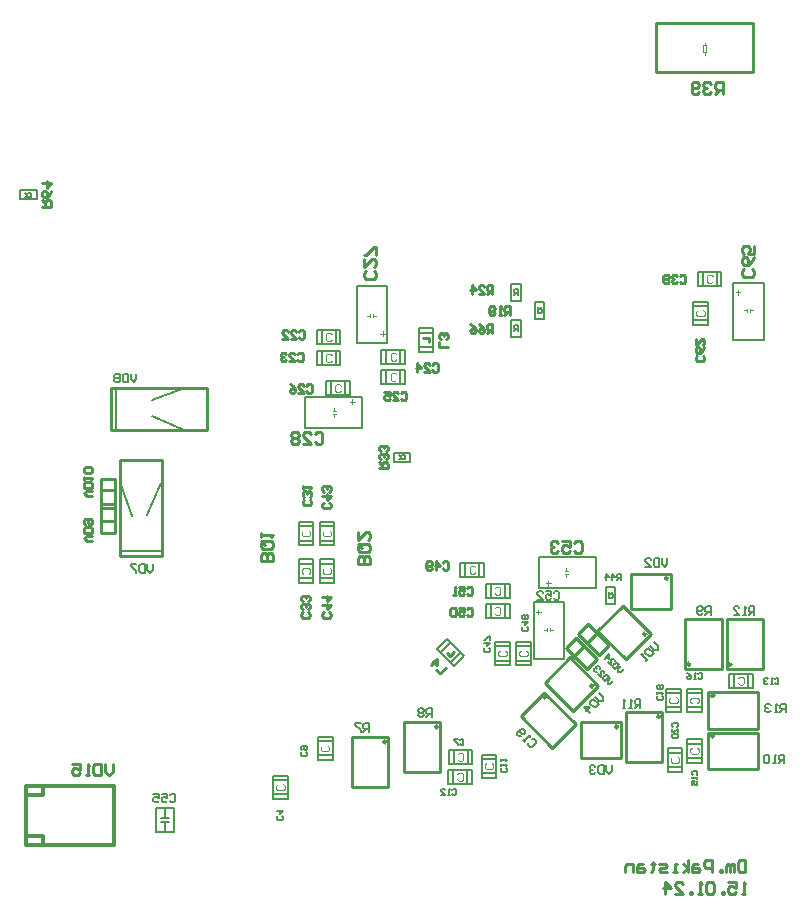
<source format=gbo>
G04*
G04 #@! TF.GenerationSoftware,Altium Limited,Altium Designer,19.1.5 (86)*
G04*
G04 Layer_Color=32896*
%FSLAX44Y44*%
%MOMM*%
G71*
G01*
G75*
%ADD10C,0.2540*%
%ADD11C,0.2500*%
%ADD13C,0.1000*%
%ADD14C,0.2000*%
%ADD16C,0.1500*%
%ADD17C,0.0500*%
%ADD18C,0.3000*%
D10*
X1719862Y1492010D02*
X1754862D01*
Y1411010D02*
Y1492010D01*
X1719862Y1411010D02*
X1754862D01*
X1719862D02*
Y1492010D01*
X1793001Y1517929D02*
Y1552929D01*
X1712001Y1517929D02*
X1793001D01*
X1712001D02*
Y1552929D01*
X1793001D01*
X2114666Y1337598D02*
X2123152Y1346084D01*
X2125273Y1326992D02*
X2133758Y1335477D01*
X2107595Y1344669D02*
X2125273Y1326992D01*
X2107595Y1344669D02*
X2116080Y1353155D01*
X2133758Y1335477D01*
X2104086Y1326232D02*
X2112572Y1334717D01*
X2114693Y1315625D02*
X2123178Y1324110D01*
X2097015Y1333303D02*
X2114693Y1315625D01*
X2097015Y1333303D02*
X2105500Y1341788D01*
X2123178Y1324110D01*
X2079023Y1303864D02*
X2100412Y1325254D01*
X2079023Y1303864D02*
X2103064Y1279823D01*
X2124454Y1301213D01*
X2100412Y1325254D02*
X2124454Y1301213D01*
X2152080Y1396140D02*
X2186080D01*
Y1365890D02*
Y1396140D01*
X2152080Y1365890D02*
X2186080D01*
X2152080D02*
Y1396140D01*
X2123763Y1347549D02*
X2145153Y1368939D01*
X2123763Y1347549D02*
X2147805Y1323507D01*
X2169195Y1344897D01*
X2145153Y1368939D02*
X2169195Y1344897D01*
X2264030Y1315440D02*
Y1357440D01*
X2233280D02*
X2264030D01*
X2233280Y1315440D02*
Y1357440D01*
Y1315440D02*
X2264030D01*
X2198254Y1315620D02*
X2229004D01*
X2198254D02*
Y1357620D01*
X2229004D01*
Y1315620D02*
Y1357620D01*
X2058837Y1275394D02*
X2078636Y1295193D01*
X2105330Y1268500D01*
X2085531Y1248701D02*
X2105330Y1268500D01*
X2058837Y1275394D02*
X2085531Y1248701D01*
X2109680Y1270410D02*
X2143680D01*
Y1240160D02*
Y1270410D01*
X2109680Y1240160D02*
X2143680D01*
X2109680D02*
Y1270410D01*
X2147660Y1237100D02*
Y1279100D01*
Y1237100D02*
X2178410D01*
Y1279100D01*
X2147660D02*
X2178410D01*
X2217490Y1230800D02*
Y1261550D01*
X2259490D01*
Y1230800D02*
Y1261550D01*
X2217490Y1230800D02*
X2259490D01*
X2217700Y1265010D02*
Y1295760D01*
X2259700D01*
Y1265010D02*
Y1295760D01*
X2217700Y1265010D02*
X2259700D01*
X1916030Y1257510D02*
X1946780D01*
Y1215510D02*
Y1257510D01*
X1916030Y1215510D02*
X1946780D01*
X1916030D02*
Y1257510D01*
X1959700Y1270210D02*
X1990450D01*
Y1228210D02*
Y1270210D01*
X1959700Y1228210D02*
X1990450D01*
X1959700D02*
Y1270210D01*
X1715420Y1451660D02*
Y1476660D01*
X1703420D02*
X1715420D01*
X1703420Y1451660D02*
Y1476660D01*
Y1451660D02*
X1715420D01*
X1703420Y1466660D02*
X1715420D01*
X1703420Y1430370D02*
Y1455370D01*
Y1430370D02*
X1715420D01*
Y1455370D01*
X1703420D02*
X1715420D01*
X1703420Y1440370D02*
X1715420D01*
X2173780Y1820500D02*
X2255780D01*
Y1862500D01*
X2173780D02*
X2255780D01*
X2173780Y1820500D02*
Y1862500D01*
X2249170Y1153309D02*
Y1143312D01*
X2244172D01*
X2242505Y1144978D01*
Y1151643D01*
X2244172Y1153309D01*
X2249170D01*
X2239173Y1143312D02*
Y1149977D01*
X2237507D01*
X2235841Y1148310D01*
Y1143312D01*
Y1148310D01*
X2234175Y1149977D01*
X2232509Y1148310D01*
Y1143312D01*
X2229176D02*
Y1144978D01*
X2227510D01*
Y1143312D01*
X2229176D01*
X2220846D02*
Y1153309D01*
X2215847D01*
X2214181Y1151643D01*
Y1148310D01*
X2215847Y1146644D01*
X2220846D01*
X2209183Y1149977D02*
X2205851D01*
X2204185Y1148310D01*
Y1143312D01*
X2209183D01*
X2210849Y1144978D01*
X2209183Y1146644D01*
X2204185D01*
X2200852Y1143312D02*
Y1153309D01*
Y1146644D02*
X2195854Y1149977D01*
X2200852Y1146644D02*
X2195854Y1143312D01*
X2190856D02*
X2187523D01*
X2189189D01*
Y1149977D01*
X2190856D01*
X2182525Y1143312D02*
X2177526D01*
X2175860Y1144978D01*
X2177526Y1146644D01*
X2180859D01*
X2182525Y1148310D01*
X2180859Y1149977D01*
X2175860D01*
X2170862Y1151643D02*
Y1149977D01*
X2172528D01*
X2169196D01*
X2170862D01*
Y1144978D01*
X2169196Y1143312D01*
X2162531Y1149977D02*
X2159199D01*
X2157533Y1148310D01*
Y1143312D01*
X2162531D01*
X2164197Y1144978D01*
X2162531Y1146644D01*
X2157533D01*
X2154201Y1143312D02*
Y1149977D01*
X2149202D01*
X2147536Y1148310D01*
Y1143312D01*
X2249170Y1125220D02*
X2245838D01*
X2247504D01*
Y1135217D01*
X2249170Y1133551D01*
X2234175Y1135217D02*
X2240839D01*
Y1130218D01*
X2237507Y1131885D01*
X2235841D01*
X2234175Y1130218D01*
Y1126886D01*
X2235841Y1125220D01*
X2239173D01*
X2240839Y1126886D01*
X2230843Y1125220D02*
Y1126886D01*
X2229176D01*
Y1125220D01*
X2230843D01*
X2222512Y1133551D02*
X2220846Y1135217D01*
X2217513D01*
X2215847Y1133551D01*
Y1126886D01*
X2217513Y1125220D01*
X2220846D01*
X2222512Y1126886D01*
Y1133551D01*
X2212515Y1125220D02*
X2209183D01*
X2210849D01*
Y1135217D01*
X2212515Y1133551D01*
X2204185Y1125220D02*
Y1126886D01*
X2202518D01*
Y1125220D01*
X2204185D01*
X2189189D02*
X2195854D01*
X2189189Y1131885D01*
Y1133551D01*
X2190856Y1135217D01*
X2194188D01*
X2195854Y1133551D01*
X2180859Y1125220D02*
Y1135217D01*
X2185857Y1130218D01*
X2179193D01*
X1976202Y1595628D02*
X1981200D01*
Y1592296D01*
X1848957Y1407160D02*
X1838960D01*
Y1412158D01*
X1840626Y1413824D01*
X1842292D01*
X1843958Y1412158D01*
Y1407160D01*
Y1412158D01*
X1845625Y1413824D01*
X1847291D01*
X1848957Y1412158D01*
Y1407160D01*
X1840626Y1423821D02*
X1847291D01*
X1848957Y1422155D01*
Y1418823D01*
X1847291Y1417157D01*
X1840626D01*
X1838960Y1418823D01*
Y1422155D01*
X1842292Y1420489D02*
X1838960Y1423821D01*
Y1422155D02*
X1840626Y1423821D01*
X1838960Y1427154D02*
Y1430486D01*
Y1428820D01*
X1848957D01*
X1847291Y1427154D01*
X1931507Y1404620D02*
X1921510D01*
Y1409618D01*
X1923176Y1411284D01*
X1924842D01*
X1926508Y1409618D01*
Y1404620D01*
Y1409618D01*
X1928174Y1411284D01*
X1929841D01*
X1931507Y1409618D01*
Y1404620D01*
X1923176Y1421281D02*
X1929841D01*
X1931507Y1419615D01*
Y1416283D01*
X1929841Y1414617D01*
X1923176D01*
X1921510Y1416283D01*
Y1419615D01*
X1924842Y1417949D02*
X1921510Y1421281D01*
Y1419615D02*
X1923176Y1421281D01*
X1921510Y1431278D02*
Y1424614D01*
X1928174Y1431278D01*
X1929841D01*
X1931507Y1429612D01*
Y1426280D01*
X1929841Y1424614D01*
X2002411Y1330055D02*
X1998877Y1326521D01*
X1996521Y1328877D01*
X1653540Y1706880D02*
X1661537D01*
Y1710879D01*
X1660204Y1712212D01*
X1657539D01*
X1656206Y1710879D01*
Y1706880D01*
Y1709546D02*
X1653540Y1712212D01*
X1661537Y1720209D02*
X1660204Y1717543D01*
X1657539Y1714877D01*
X1654873D01*
X1653540Y1716210D01*
Y1718876D01*
X1654873Y1720209D01*
X1656206D01*
X1657539Y1718876D01*
Y1714877D01*
X1653540Y1726874D02*
X1661537D01*
X1657539Y1722875D01*
Y1728206D01*
X1713738Y1235293D02*
Y1228628D01*
X1710406Y1225296D01*
X1707074Y1228628D01*
Y1235293D01*
X1703741D02*
Y1225296D01*
X1698743D01*
X1697077Y1226962D01*
Y1233627D01*
X1698743Y1235293D01*
X1703741D01*
X1693744Y1225296D02*
X1690412D01*
X1692078D01*
Y1235293D01*
X1693744Y1233627D01*
X1678749Y1235293D02*
X1685414D01*
Y1230294D01*
X1682081Y1231961D01*
X1680415D01*
X1678749Y1230294D01*
Y1226962D01*
X1680415Y1225296D01*
X1683748D01*
X1685414Y1226962D01*
X1696098Y1423670D02*
X1691433D01*
X1689100Y1426003D01*
X1691433Y1428335D01*
X1696098D01*
Y1430668D02*
X1689100D01*
Y1434167D01*
X1690266Y1435333D01*
X1694931D01*
X1696098Y1434167D01*
Y1430668D01*
X1690266Y1437666D02*
X1689100Y1438832D01*
Y1441164D01*
X1690266Y1442331D01*
X1694931D01*
X1696098Y1441164D01*
Y1438832D01*
X1694931Y1437666D01*
X1693765D01*
X1692599Y1438832D01*
Y1442331D01*
X1696098Y1461770D02*
X1691433D01*
X1689100Y1464103D01*
X1691433Y1466435D01*
X1696098D01*
Y1468768D02*
X1689100D01*
Y1472267D01*
X1690266Y1473433D01*
X1694931D01*
X1696098Y1472267D01*
Y1468768D01*
X1689100Y1475766D02*
Y1478098D01*
Y1476932D01*
X1696098D01*
X1694931Y1475766D01*
Y1481597D02*
X1696098Y1482763D01*
Y1485096D01*
X1694931Y1486262D01*
X1690266D01*
X1689100Y1485096D01*
Y1482763D01*
X1690266Y1481597D01*
X1694931D01*
X2230120Y1802130D02*
Y1812127D01*
X2225122D01*
X2223456Y1810461D01*
Y1807128D01*
X2225122Y1805462D01*
X2230120D01*
X2226788D02*
X2223456Y1802130D01*
X2220123Y1810461D02*
X2218457Y1812127D01*
X2215125D01*
X2213459Y1810461D01*
Y1808795D01*
X2215125Y1807128D01*
X2216791D01*
X2215125D01*
X2213459Y1805462D01*
Y1803796D01*
X2215125Y1802130D01*
X2218457D01*
X2220123Y1803796D01*
X2210126D02*
X2208460Y1802130D01*
X2205128D01*
X2203462Y1803796D01*
Y1810461D01*
X2205128Y1812127D01*
X2208460D01*
X2210126Y1810461D01*
Y1808795D01*
X2208460Y1807128D01*
X2203462D01*
X1939290Y1485900D02*
X1946288D01*
Y1489399D01*
X1945121Y1490565D01*
X1942789D01*
X1941623Y1489399D01*
Y1485900D01*
Y1488233D02*
X1939290Y1490565D01*
X1945121Y1492898D02*
X1946288Y1494064D01*
Y1496397D01*
X1945121Y1497563D01*
X1943955D01*
X1942789Y1496397D01*
Y1495230D01*
Y1496397D01*
X1941623Y1497563D01*
X1940456D01*
X1939290Y1496397D01*
Y1494064D01*
X1940456Y1492898D01*
X1945121Y1499895D02*
X1946288Y1501062D01*
Y1503394D01*
X1945121Y1504561D01*
X1943955D01*
X1942789Y1503394D01*
Y1502228D01*
Y1503394D01*
X1941623Y1504561D01*
X1940456D01*
X1939290Y1503394D01*
Y1501062D01*
X1940456Y1499895D01*
X2034860Y1633220D02*
Y1640218D01*
X2031361D01*
X2030195Y1639052D01*
Y1636719D01*
X2031361Y1635553D01*
X2034860D01*
X2032527D02*
X2030195Y1633220D01*
X2023197D02*
X2027862D01*
X2023197Y1637885D01*
Y1639052D01*
X2024363Y1640218D01*
X2026696D01*
X2027862Y1639052D01*
X2017366Y1633220D02*
Y1640218D01*
X2020865Y1636719D01*
X2016199D01*
X2049780Y1615440D02*
Y1622438D01*
X2046281D01*
X2045115Y1621272D01*
Y1618939D01*
X2046281Y1617773D01*
X2049780D01*
X2047447D02*
X2045115Y1615440D01*
X2042782D02*
X2040450D01*
X2041616D01*
Y1622438D01*
X2042782Y1621272D01*
X2036951Y1616606D02*
X2035784Y1615440D01*
X2033452D01*
X2032286Y1616606D01*
Y1621272D01*
X2033452Y1622438D01*
X2035784D01*
X2036951Y1621272D01*
Y1620105D01*
X2035784Y1618939D01*
X2032286D01*
X2034860Y1600200D02*
Y1607198D01*
X2031361D01*
X2030195Y1606031D01*
Y1603699D01*
X2031361Y1602533D01*
X2034860D01*
X2032527D02*
X2030195Y1600200D01*
X2023197Y1607198D02*
X2025530Y1606031D01*
X2027862Y1603699D01*
Y1601366D01*
X2026696Y1600200D01*
X2024363D01*
X2023197Y1601366D01*
Y1602533D01*
X2024363Y1603699D01*
X2027862D01*
X2016199Y1607198D02*
X2018532Y1606031D01*
X2020865Y1603699D01*
Y1601366D01*
X2019698Y1600200D01*
X2017366D01*
X2016199Y1601366D01*
Y1602533D01*
X2017366Y1603699D01*
X2020865D01*
X1995384Y1316562D02*
X1990435Y1311614D01*
X1987137Y1314913D01*
X1983013Y1319036D02*
X1987961Y1323984D01*
Y1319036D01*
X1984663Y1322335D01*
X1997088Y1587820D02*
X1990090D01*
Y1592485D01*
X1995921Y1594818D02*
X1997088Y1595984D01*
Y1598317D01*
X1995921Y1599483D01*
X1994755D01*
X1993589Y1598317D01*
Y1597150D01*
Y1598317D01*
X1992423Y1599483D01*
X1991256D01*
X1990090Y1598317D01*
Y1595984D01*
X1991256Y1594818D01*
X2254961Y1653855D02*
X2256627Y1652188D01*
Y1648856D01*
X2254961Y1647190D01*
X2248296D01*
X2246630Y1648856D01*
Y1652188D01*
X2248296Y1653855D01*
X2256627Y1663851D02*
X2254961Y1660519D01*
X2251628Y1657187D01*
X2248296D01*
X2246630Y1658853D01*
Y1662185D01*
X2248296Y1663851D01*
X2249962D01*
X2251628Y1662185D01*
Y1657187D01*
X2256627Y1673848D02*
Y1667184D01*
X2251628D01*
X2253295Y1670516D01*
Y1672182D01*
X2251628Y1673848D01*
X2248296D01*
X2246630Y1672182D01*
Y1668850D01*
X2248296Y1667184D01*
X2213091Y1580735D02*
X2214258Y1579569D01*
Y1577236D01*
X2213091Y1576070D01*
X2208426D01*
X2207260Y1577236D01*
Y1579569D01*
X2208426Y1580735D01*
X2214258Y1587733D02*
X2213091Y1585400D01*
X2210759Y1583068D01*
X2208426D01*
X2207260Y1584234D01*
Y1586567D01*
X2208426Y1587733D01*
X2209593D01*
X2210759Y1586567D01*
Y1583068D01*
X2207260Y1594731D02*
Y1590065D01*
X2211925Y1594731D01*
X2213091D01*
X2214258Y1593564D01*
Y1591232D01*
X2213091Y1590065D01*
X2104075Y1421841D02*
X2105742Y1423507D01*
X2109074D01*
X2110740Y1421841D01*
Y1415176D01*
X2109074Y1413510D01*
X2105742D01*
X2104075Y1415176D01*
X2094079Y1423507D02*
X2100743D01*
Y1418508D01*
X2097411Y1420175D01*
X2095745D01*
X2094079Y1418508D01*
Y1415176D01*
X2095745Y1413510D01*
X2099077D01*
X2100743Y1415176D01*
X2090746Y1421841D02*
X2089080Y1423507D01*
X2085748D01*
X2084082Y1421841D01*
Y1420175D01*
X2085748Y1418508D01*
X2087414D01*
X2085748D01*
X2084082Y1416842D01*
Y1415176D01*
X2085748Y1413510D01*
X2089080D01*
X2090746Y1415176D01*
X2013365Y1383781D02*
X2014531Y1384948D01*
X2016864D01*
X2018030Y1383781D01*
Y1379116D01*
X2016864Y1377950D01*
X2014531D01*
X2013365Y1379116D01*
X2006367Y1384948D02*
X2011032D01*
Y1381449D01*
X2008700Y1382615D01*
X2007533D01*
X2006367Y1381449D01*
Y1379116D01*
X2007533Y1377950D01*
X2009866D01*
X2011032Y1379116D01*
X2004034Y1377950D02*
X2001702D01*
X2002868D01*
Y1384948D01*
X2004034Y1383781D01*
X2013365Y1366001D02*
X2014531Y1367168D01*
X2016864D01*
X2018030Y1366001D01*
Y1361336D01*
X2016864Y1360170D01*
X2014531D01*
X2013365Y1361336D01*
X2006367Y1367168D02*
X2011032D01*
Y1363669D01*
X2008700Y1364835D01*
X2007533D01*
X2006367Y1363669D01*
Y1361336D01*
X2007533Y1360170D01*
X2009866D01*
X2011032Y1361336D01*
X2004034Y1366001D02*
X2002868Y1367168D01*
X2000536D01*
X1999369Y1366001D01*
Y1361336D01*
X2000536Y1360170D01*
X2002868D01*
X2004034Y1361336D01*
Y1366001D01*
X1993045Y1405372D02*
X1994211Y1406538D01*
X1996544D01*
X1997710Y1405372D01*
Y1400706D01*
X1996544Y1399540D01*
X1994211D01*
X1993045Y1400706D01*
X1987213Y1399540D02*
Y1406538D01*
X1990712Y1403039D01*
X1986047D01*
X1983714Y1400706D02*
X1982548Y1399540D01*
X1980216D01*
X1979049Y1400706D01*
Y1405372D01*
X1980216Y1406538D01*
X1982548D01*
X1983714Y1405372D01*
Y1404205D01*
X1982548Y1403039D01*
X1979049D01*
X1896862Y1363565D02*
X1898028Y1362399D01*
Y1360066D01*
X1896862Y1358900D01*
X1892196D01*
X1891030Y1360066D01*
Y1362399D01*
X1892196Y1363565D01*
X1891030Y1369397D02*
X1898028D01*
X1894529Y1365898D01*
Y1370563D01*
X1891030Y1376394D02*
X1898028D01*
X1894529Y1372896D01*
Y1377561D01*
X1896862Y1456275D02*
X1898028Y1455109D01*
Y1452776D01*
X1896862Y1451610D01*
X1892196D01*
X1891030Y1452776D01*
Y1455109D01*
X1892196Y1456275D01*
X1891030Y1462107D02*
X1898028D01*
X1894529Y1458608D01*
Y1463273D01*
X1896862Y1465605D02*
X1898028Y1466772D01*
Y1469104D01*
X1896862Y1470271D01*
X1895695D01*
X1894529Y1469104D01*
Y1467938D01*
Y1469104D01*
X1893363Y1470271D01*
X1892196D01*
X1891030Y1469104D01*
Y1466772D01*
X1892196Y1465605D01*
X2193705Y1647941D02*
X2194871Y1649108D01*
X2197204D01*
X2198370Y1647941D01*
Y1643276D01*
X2197204Y1642110D01*
X2194871D01*
X2193705Y1643276D01*
X2191372Y1647941D02*
X2190206Y1649108D01*
X2187873D01*
X2186707Y1647941D01*
Y1646775D01*
X2187873Y1645609D01*
X2189040D01*
X2187873D01*
X2186707Y1644443D01*
Y1643276D01*
X2187873Y1642110D01*
X2190206D01*
X2191372Y1643276D01*
X2184375D02*
X2183208Y1642110D01*
X2180876D01*
X2179709Y1643276D01*
Y1647941D01*
X2180876Y1649108D01*
X2183208D01*
X2184375Y1647941D01*
Y1646775D01*
X2183208Y1645609D01*
X2179709D01*
X1879082Y1363565D02*
X1880248Y1362399D01*
Y1360066D01*
X1879082Y1358900D01*
X1874416D01*
X1873250Y1360066D01*
Y1362399D01*
X1874416Y1363565D01*
X1879082Y1365898D02*
X1880248Y1367064D01*
Y1369397D01*
X1879082Y1370563D01*
X1877915D01*
X1876749Y1369397D01*
Y1368230D01*
Y1369397D01*
X1875583Y1370563D01*
X1874416D01*
X1873250Y1369397D01*
Y1367064D01*
X1874416Y1365898D01*
X1879082Y1372896D02*
X1880248Y1374062D01*
Y1376394D01*
X1879082Y1377561D01*
X1877915D01*
X1876749Y1376394D01*
Y1375228D01*
Y1376394D01*
X1875583Y1377561D01*
X1874416D01*
X1873250Y1376394D01*
Y1374062D01*
X1874416Y1372896D01*
X1880352Y1458815D02*
X1881518Y1457649D01*
Y1455316D01*
X1880352Y1454150D01*
X1875686D01*
X1874520Y1455316D01*
Y1457649D01*
X1875686Y1458815D01*
X1880352Y1461148D02*
X1881518Y1462314D01*
Y1464647D01*
X1880352Y1465813D01*
X1879185D01*
X1878019Y1464647D01*
Y1463480D01*
Y1464647D01*
X1876853Y1465813D01*
X1875686D01*
X1874520Y1464647D01*
Y1462314D01*
X1875686Y1461148D01*
X1874520Y1468145D02*
Y1470478D01*
Y1469312D01*
X1881518D01*
X1880352Y1468145D01*
X1884366Y1514551D02*
X1886032Y1516217D01*
X1889364D01*
X1891030Y1514551D01*
Y1507886D01*
X1889364Y1506220D01*
X1886032D01*
X1884366Y1507886D01*
X1874369Y1506220D02*
X1881033D01*
X1874369Y1512885D01*
Y1514551D01*
X1876035Y1516217D01*
X1879367D01*
X1881033Y1514551D01*
X1871036D02*
X1869370Y1516217D01*
X1866038D01*
X1864372Y1514551D01*
Y1512885D01*
X1866038Y1511218D01*
X1864372Y1509552D01*
Y1507886D01*
X1866038Y1506220D01*
X1869370D01*
X1871036Y1507886D01*
Y1509552D01*
X1869370Y1511218D01*
X1871036Y1512885D01*
Y1514551D01*
X1869370Y1511218D02*
X1866038D01*
X1934921Y1652585D02*
X1936587Y1650918D01*
Y1647586D01*
X1934921Y1645920D01*
X1928256D01*
X1926590Y1647586D01*
Y1650918D01*
X1928256Y1652585D01*
X1926590Y1662581D02*
Y1655917D01*
X1933255Y1662581D01*
X1934921D01*
X1936587Y1660915D01*
Y1657583D01*
X1934921Y1655917D01*
X1936587Y1665914D02*
Y1672578D01*
X1934921D01*
X1928256Y1665914D01*
X1926590D01*
X1877475Y1555231D02*
X1878641Y1556398D01*
X1880974D01*
X1882140Y1555231D01*
Y1550566D01*
X1880974Y1549400D01*
X1878641D01*
X1877475Y1550566D01*
X1870477Y1549400D02*
X1875142D01*
X1870477Y1554065D01*
Y1555231D01*
X1871643Y1556398D01*
X1873976D01*
X1875142Y1555231D01*
X1863479Y1556398D02*
X1865812Y1555231D01*
X1868145Y1552899D01*
Y1550566D01*
X1866978Y1549400D01*
X1864646D01*
X1863479Y1550566D01*
Y1551733D01*
X1864646Y1552899D01*
X1868145D01*
X1957485Y1548882D02*
X1958651Y1550048D01*
X1960984D01*
X1962150Y1548882D01*
Y1544216D01*
X1960984Y1543050D01*
X1958651D01*
X1957485Y1544216D01*
X1950487Y1543050D02*
X1955152D01*
X1950487Y1547715D01*
Y1548882D01*
X1951653Y1550048D01*
X1953986D01*
X1955152Y1548882D01*
X1943489Y1550048D02*
X1948154D01*
Y1546549D01*
X1945822Y1547715D01*
X1944656D01*
X1943489Y1546549D01*
Y1544216D01*
X1944656Y1543050D01*
X1946988D01*
X1948154Y1544216D01*
X1984155Y1573011D02*
X1985321Y1574178D01*
X1987654D01*
X1988820Y1573011D01*
Y1568346D01*
X1987654Y1567180D01*
X1985321D01*
X1984155Y1568346D01*
X1977157Y1567180D02*
X1981822D01*
X1977157Y1571845D01*
Y1573011D01*
X1978323Y1574178D01*
X1980656D01*
X1981822Y1573011D01*
X1971326Y1567180D02*
Y1574178D01*
X1974825Y1570679D01*
X1970159D01*
X1869855Y1581902D02*
X1871021Y1583068D01*
X1873354D01*
X1874520Y1581902D01*
Y1577236D01*
X1873354Y1576070D01*
X1871021D01*
X1869855Y1577236D01*
X1862857Y1576070D02*
X1867522D01*
X1862857Y1580735D01*
Y1581902D01*
X1864023Y1583068D01*
X1866356D01*
X1867522Y1581902D01*
X1860524D02*
X1859358Y1583068D01*
X1857026D01*
X1855859Y1581902D01*
Y1580735D01*
X1857026Y1579569D01*
X1858192D01*
X1857026D01*
X1855859Y1578403D01*
Y1577236D01*
X1857026Y1576070D01*
X1859358D01*
X1860524Y1577236D01*
X1871125Y1600952D02*
X1872291Y1602118D01*
X1874624D01*
X1875790Y1600952D01*
Y1596286D01*
X1874624Y1595120D01*
X1872291D01*
X1871125Y1596286D01*
X1864127Y1595120D02*
X1868792D01*
X1864127Y1599785D01*
Y1600952D01*
X1865293Y1602118D01*
X1867626D01*
X1868792Y1600952D01*
X1857129Y1595120D02*
X1861794D01*
X1857129Y1599785D01*
Y1600952D01*
X1858296Y1602118D01*
X1860628D01*
X1861794Y1600952D01*
D11*
X2120401Y1301213D02*
G03*
X2120401Y1301213I-1250J0D01*
G01*
X2183580Y1392390D02*
G03*
X2183580Y1392390I-1250J0D01*
G01*
X2165141Y1344897D02*
G03*
X2165141Y1344897I-1250J0D01*
G01*
X2237280Y1319190D02*
G03*
X2237280Y1319190I-1250J0D01*
G01*
X2202254Y1319370D02*
G03*
X2202254Y1319370I-1250J0D01*
G01*
X2080240Y1292011D02*
G03*
X2080240Y1292011I-1250J0D01*
G01*
X2141180Y1266660D02*
G03*
X2141180Y1266660I-1250J0D01*
G01*
X2176910Y1275350D02*
G03*
X2176910Y1275350I-1250J0D01*
G01*
X2222490Y1258800D02*
G03*
X2222490Y1258800I-1250J0D01*
G01*
X2222700Y1293010D02*
G03*
X2222700Y1293010I-1250J0D01*
G01*
X1945280Y1253760D02*
G03*
X1945280Y1253760I-1250J0D01*
G01*
X1988950Y1266460D02*
G03*
X1988950Y1266460I-1250J0D01*
G01*
D13*
X2214530Y1835500D02*
Y1837500D01*
Y1843500D02*
Y1845500D01*
X2213280Y1843500D02*
X2214530D01*
X2213280Y1837500D02*
Y1843500D01*
Y1837500D02*
X2215780D01*
Y1843500D01*
X2214530D02*
X2215780D01*
X2243105Y1307891D02*
X2244271Y1309058D01*
X2246604D01*
X2247770Y1307891D01*
Y1303226D01*
X2246604Y1302060D01*
X2244271D01*
X2243105Y1303226D01*
X2190541Y1291305D02*
X2191708Y1290139D01*
Y1287806D01*
X2190541Y1286640D01*
X2185876D01*
X2184710Y1287806D01*
Y1290139D01*
X2185876Y1291305D01*
X2191811Y1240825D02*
X2192978Y1239659D01*
Y1237326D01*
X2191811Y1236160D01*
X2187146D01*
X2185980Y1237326D01*
Y1239659D01*
X2187146Y1240825D01*
X2203659Y1286475D02*
X2202492Y1287641D01*
Y1289974D01*
X2203659Y1291140D01*
X2208324D01*
X2209490Y1289974D01*
Y1287641D01*
X2208324Y1286475D01*
X2208321Y1248445D02*
X2209488Y1247279D01*
Y1244946D01*
X2208321Y1243780D01*
X2203656D01*
X2202490Y1244946D01*
Y1247279D01*
X2203656Y1248445D01*
X1857801Y1217645D02*
X1858968Y1216479D01*
Y1214146D01*
X1857801Y1212980D01*
X1853136D01*
X1851970Y1214146D01*
Y1216479D01*
X1853136Y1217645D01*
X2034331Y1235425D02*
X2035498Y1234259D01*
Y1231926D01*
X2034331Y1230760D01*
X2029666D01*
X2028500Y1231926D01*
Y1234259D01*
X2029666Y1235425D01*
X2005295Y1226611D02*
X2006461Y1227778D01*
X2008794D01*
X2009960Y1226611D01*
Y1221946D01*
X2008794Y1220780D01*
X2006461D01*
X2005295Y1221946D01*
X2005615Y1243121D02*
X2006781Y1244288D01*
X2009114D01*
X2010280Y1243121D01*
Y1238456D01*
X2009114Y1237290D01*
X2006781D01*
X2005615Y1238456D01*
X1895591Y1250535D02*
X1896758Y1249369D01*
Y1247036D01*
X1895591Y1245870D01*
X1890926D01*
X1889760Y1247036D01*
Y1249369D01*
X1890926Y1250535D01*
X1953295Y1560249D02*
X1952129Y1559082D01*
X1949796D01*
X1948630Y1560249D01*
Y1564914D01*
X1949796Y1566080D01*
X1952129D01*
X1953295Y1564914D01*
Y1577549D02*
X1952129Y1576382D01*
X1949796D01*
X1948630Y1577549D01*
Y1582214D01*
X1949796Y1583380D01*
X1952129D01*
X1953295Y1582214D01*
X1898685Y1576279D02*
X1897519Y1575112D01*
X1895186D01*
X1894020Y1576279D01*
Y1580944D01*
X1895186Y1582110D01*
X1897519D01*
X1898685Y1580944D01*
X1906405Y1550779D02*
X1905239Y1549612D01*
X1902906D01*
X1901740Y1550779D01*
Y1555444D01*
X1902906Y1556610D01*
X1905239D01*
X1906405Y1555444D01*
X1898685Y1594059D02*
X1897519Y1592892D01*
X1895186D01*
X1894020Y1594059D01*
Y1598724D01*
X1895186Y1599890D01*
X1897519D01*
X1898685Y1598724D01*
X2221265Y1643589D02*
X2220099Y1642422D01*
X2217766D01*
X2216600Y1643589D01*
Y1648254D01*
X2217766Y1649420D01*
X2220099D01*
X2221265Y1648254D01*
X2213401Y1618965D02*
X2214568Y1617799D01*
Y1615466D01*
X2213401Y1614300D01*
X2208736D01*
X2207570Y1615466D01*
Y1617799D01*
X2208736Y1618965D01*
X2037045Y1366832D02*
X2038211Y1367998D01*
X2040544D01*
X2041710Y1366832D01*
Y1362166D01*
X2040544Y1361000D01*
X2038211D01*
X2037045Y1362166D01*
X2020285Y1397209D02*
X2019119Y1396042D01*
X2016786D01*
X2015620Y1397209D01*
Y1401874D01*
X2016786Y1403040D01*
X2019119D01*
X2020285Y1401874D01*
X2037045Y1384091D02*
X2038211Y1385258D01*
X2040544D01*
X2041710Y1384091D01*
Y1379426D01*
X2040544Y1378260D01*
X2038211D01*
X2037045Y1379426D01*
X2063541Y1330995D02*
X2064708Y1329829D01*
Y1327496D01*
X2063541Y1326330D01*
X2058876D01*
X2057710Y1327496D01*
Y1329829D01*
X2058876Y1330995D01*
X2045761D02*
X2046928Y1329829D01*
Y1327496D01*
X2045761Y1326330D01*
X2041096D01*
X2039930Y1327496D01*
Y1329829D01*
X2041096Y1330995D01*
X1874729Y1396015D02*
X1873562Y1397181D01*
Y1399514D01*
X1874729Y1400680D01*
X1879394D01*
X1880560Y1399514D01*
Y1397181D01*
X1879394Y1396015D01*
X1879391Y1432595D02*
X1880558Y1431429D01*
Y1429096D01*
X1879391Y1427930D01*
X1874726D01*
X1873560Y1429096D01*
Y1431429D01*
X1874726Y1432595D01*
X1897171D02*
X1898338Y1431429D01*
Y1429096D01*
X1897171Y1427930D01*
X1892506D01*
X1891340Y1429096D01*
Y1431429D01*
X1892506Y1432595D01*
X1897171Y1400845D02*
X1898338Y1399679D01*
Y1397346D01*
X1897171Y1396180D01*
X1892506D01*
X1891340Y1397346D01*
Y1399679D01*
X1892506Y1400845D01*
D14*
X1719612Y1415260D02*
X1754112D01*
X1720033Y1471490D02*
X1729952Y1445379D01*
X1742741Y1445942D02*
X1754697Y1473143D01*
X1716251Y1518679D02*
Y1553179D01*
X1746370Y1542839D02*
X1772481Y1552758D01*
X1746933Y1530050D02*
X1774133Y1518093D01*
X2235520Y1311560D02*
X2255520D01*
X2235520Y1299560D02*
Y1311560D01*
Y1299560D02*
X2255520D01*
Y1311560D01*
X2251520Y1299560D02*
Y1311560D01*
X2239520Y1299560D02*
Y1311560D01*
X2194210Y1278890D02*
Y1298890D01*
X2182210D02*
X2194210D01*
X2182210Y1278890D02*
Y1298890D01*
Y1278890D02*
X2194210D01*
X2182210Y1282890D02*
X2194210D01*
X2182210Y1294890D02*
X2194210D01*
X2195480Y1228410D02*
Y1248410D01*
X2183480D02*
X2195480D01*
X2183480Y1228410D02*
Y1248410D01*
Y1228410D02*
X2195480D01*
X2183480Y1232410D02*
X2195480D01*
X2183480Y1244410D02*
X2195480D01*
X2199990Y1278890D02*
Y1298890D01*
Y1278890D02*
X2211990D01*
Y1298890D01*
X2199990D02*
X2211990D01*
X2199990Y1294890D02*
X2211990D01*
X2199990Y1282890D02*
X2211990D01*
X2199990Y1252030D02*
X2211990D01*
X2199990Y1240030D02*
X2211990D01*
X2199990Y1236030D02*
X2211990D01*
X2199990D02*
Y1256030D01*
X2211990D01*
Y1236030D02*
Y1256030D01*
X1849470Y1221230D02*
X1861470D01*
X1849470Y1209230D02*
X1861470D01*
X1849470Y1205230D02*
X1861470D01*
X1849470D02*
Y1225230D01*
X1861470D01*
Y1205230D02*
Y1225230D01*
X2026000Y1239010D02*
X2038000D01*
X2026000Y1227010D02*
X2038000D01*
X2026000Y1223010D02*
X2038000D01*
X2026000D02*
Y1243010D01*
X2038000D01*
Y1223010D02*
Y1243010D01*
X2001710Y1218280D02*
Y1230280D01*
X2013710Y1218280D02*
Y1230280D01*
X2017710Y1218280D02*
Y1230280D01*
X1997710Y1218280D02*
X2017710D01*
X1997710D02*
Y1230280D01*
X2017710D01*
X2002030Y1234790D02*
Y1246790D01*
X2014030Y1234790D02*
Y1246790D01*
X2018030Y1234790D02*
Y1246790D01*
X1998030Y1234790D02*
X2018030D01*
X1998030D02*
Y1246790D01*
X2018030D01*
X1887570Y1254250D02*
X1899570D01*
X1887570Y1242250D02*
X1899570D01*
X1887570Y1238250D02*
X1899570D01*
X1887570D02*
Y1258250D01*
X1899570D01*
Y1238250D02*
Y1258250D01*
X1757450Y1189450D02*
Y1196950D01*
Y1178200D02*
Y1185700D01*
X1754190Y1189220D02*
X1760690D01*
X1754190Y1185930D02*
X1760690D01*
X1945940Y1591425D02*
Y1639425D01*
X1919940D02*
X1945940D01*
X1919940Y1591425D02*
Y1639425D01*
Y1591425D02*
X1945940D01*
X1972660Y1584010D02*
Y1604010D01*
Y1584010D02*
X1984660D01*
Y1604010D01*
X1972660D02*
X1984660D01*
X1972660Y1600010D02*
X1984660D01*
X1972660Y1588010D02*
X1984660D01*
X1956880Y1556580D02*
Y1568580D01*
X1944880Y1556580D02*
Y1568580D01*
X1940880Y1556580D02*
Y1568580D01*
X1960880D01*
Y1556580D02*
Y1568580D01*
X1940880Y1556580D02*
X1960880D01*
X1956880Y1573880D02*
Y1585880D01*
X1944880Y1573880D02*
Y1585880D01*
X1940880Y1573880D02*
Y1585880D01*
X1960880D01*
Y1573880D02*
Y1585880D01*
X1940880Y1573880D02*
X1960880D01*
X1902270Y1572610D02*
Y1584610D01*
X1890270Y1572610D02*
Y1584610D01*
X1886270Y1572610D02*
Y1584610D01*
X1906270D01*
Y1572610D02*
Y1584610D01*
X1886270Y1572610D02*
X1906270D01*
X1876220Y1545890D02*
X1924220D01*
X1876220Y1519890D02*
Y1545890D01*
Y1519890D02*
X1924220D01*
Y1545890D01*
X1909990Y1547110D02*
Y1559110D01*
X1897990Y1547110D02*
Y1559110D01*
X1893990Y1547110D02*
Y1559110D01*
X1913990D01*
Y1547110D02*
Y1559110D01*
X1893990Y1547110D02*
X1913990D01*
X1902270Y1590390D02*
Y1602390D01*
X1890270Y1590390D02*
Y1602390D01*
X1886270Y1590390D02*
Y1602390D01*
X1906270D01*
Y1590390D02*
Y1602390D01*
X1886270Y1590390D02*
X1906270D01*
X2224850Y1639920D02*
Y1651920D01*
X2212850Y1639920D02*
Y1651920D01*
X2208850Y1639920D02*
Y1651920D01*
X2228850D01*
Y1639920D02*
Y1651920D01*
X2208850Y1639920D02*
X2228850D01*
X2205070Y1622550D02*
X2217070D01*
X2205070Y1610550D02*
X2217070D01*
X2205070Y1606550D02*
X2217070D01*
X2205070D02*
Y1626550D01*
X2217070D01*
Y1606550D02*
Y1626550D01*
X2238710Y1594280D02*
Y1642280D01*
Y1594280D02*
X2264710D01*
Y1642280D01*
X2238710D02*
X2264710D01*
X2069800Y1323770D02*
Y1371770D01*
Y1323770D02*
X2095800D01*
Y1371770D01*
X2069800D02*
X2095800D01*
X2033460Y1358500D02*
Y1370500D01*
X2045460Y1358500D02*
Y1370500D01*
X2049460Y1358500D02*
Y1370500D01*
X2029460Y1358500D02*
X2049460D01*
X2029460D02*
Y1370500D01*
X2049460D01*
X2023870Y1393540D02*
Y1405540D01*
X2011870Y1393540D02*
Y1405540D01*
X2007870Y1393540D02*
Y1405540D01*
X2027870D01*
Y1393540D02*
Y1405540D01*
X2007870Y1393540D02*
X2027870D01*
X2074340Y1384000D02*
X2122340D01*
Y1410000D01*
X2074340D02*
X2122340D01*
X2074340Y1384000D02*
Y1410000D01*
X2033460Y1375760D02*
Y1387760D01*
X2045460Y1375760D02*
Y1387760D01*
X2049460Y1375760D02*
Y1387760D01*
X2029460Y1375760D02*
X2049460D01*
X2029460D02*
Y1387760D01*
X2049460D01*
X1996700Y1340775D02*
X2010843Y1326633D01*
X1988215Y1332289D02*
X1996700Y1340775D01*
X1988215Y1332289D02*
X2002357Y1318147D01*
X2010843Y1326633D01*
X1999529Y1320976D02*
X2008014Y1329461D01*
X1991044D02*
X1999529Y1337946D01*
X2055210Y1334580D02*
X2067210D01*
X2055210Y1322580D02*
X2067210D01*
X2055210Y1318580D02*
X2067210D01*
X2055210D02*
Y1338580D01*
X2067210D01*
Y1318580D02*
Y1338580D01*
X2037430Y1334580D02*
X2049430D01*
X2037430Y1322580D02*
X2049430D01*
X2037430Y1318580D02*
X2049430D01*
X2037430D02*
Y1338580D01*
X2049430D01*
Y1318580D02*
Y1338580D01*
X1871060Y1392430D02*
X1883060D01*
X1871060Y1404430D02*
X1883060D01*
X1871060Y1408430D02*
X1883060D01*
Y1388430D02*
Y1408430D01*
X1871060Y1388430D02*
X1883060D01*
X1871060D02*
Y1408430D01*
X1871060Y1436180D02*
X1883060D01*
X1871060Y1424180D02*
X1883060D01*
X1871060Y1420180D02*
X1883060D01*
X1871060D02*
Y1440180D01*
X1883060D01*
Y1420180D02*
Y1440180D01*
X1900840Y1420180D02*
Y1440180D01*
X1888840D02*
X1900840D01*
X1888840Y1420180D02*
Y1440180D01*
Y1420180D02*
X1900840D01*
X1888840Y1424180D02*
X1900840D01*
X1888840Y1436180D02*
X1900840D01*
Y1388430D02*
Y1408430D01*
X1888840D02*
X1900840D01*
X1888840Y1388430D02*
Y1408430D01*
Y1388430D02*
X1900840D01*
X1888840Y1392430D02*
X1900840D01*
X1888840Y1404430D02*
X1900840D01*
X1733550Y1565288D02*
Y1560623D01*
X1731217Y1558290D01*
X1728885Y1560623D01*
Y1565288D01*
X1726552D02*
Y1558290D01*
X1723053D01*
X1721887Y1559456D01*
Y1564122D01*
X1723053Y1565288D01*
X1726552D01*
X1719554Y1564122D02*
X1718388Y1565288D01*
X1716056D01*
X1714889Y1564122D01*
Y1562955D01*
X1716056Y1561789D01*
X1714889Y1560623D01*
Y1559456D01*
X1716056Y1558290D01*
X1718388D01*
X1719554Y1559456D01*
Y1560623D01*
X1718388Y1561789D01*
X1719554Y1562955D01*
Y1564122D01*
X1718388Y1561789D02*
X1716056D01*
X1747520Y1403998D02*
Y1399333D01*
X1745187Y1397000D01*
X1742855Y1399333D01*
Y1403998D01*
X1740522D02*
Y1397000D01*
X1737023D01*
X1735857Y1398166D01*
Y1402832D01*
X1737023Y1403998D01*
X1740522D01*
X1733524D02*
X1728859D01*
Y1402832D01*
X1733524Y1398166D01*
Y1397000D01*
X2146024Y1315444D02*
X2143668Y1313088D01*
X2141312D01*
Y1315444D01*
X2143668Y1317801D01*
X2142490Y1318979D02*
X2138956Y1315444D01*
X2137188Y1317212D01*
Y1318390D01*
X2139545Y1320746D01*
X2140723D01*
X2142490Y1318979D01*
X2133065Y1321335D02*
X2135421Y1318979D01*
Y1323691D01*
X2136010Y1324280D01*
X2137188D01*
X2138367Y1323102D01*
Y1321924D01*
X2130120Y1324280D02*
X2133654Y1327815D01*
Y1324280D01*
X2131298Y1326637D01*
X2137134Y1305284D02*
X2134778Y1302928D01*
X2132422D01*
Y1305284D01*
X2134778Y1307641D01*
X2133600Y1308819D02*
X2130066Y1305284D01*
X2128298Y1307052D01*
Y1308230D01*
X2130655Y1310586D01*
X2131833D01*
X2133600Y1308819D01*
X2124175Y1311175D02*
X2126531Y1308819D01*
Y1313531D01*
X2127120Y1314120D01*
X2128298D01*
X2129477Y1312942D01*
Y1311764D01*
X2125942Y1315298D02*
X2125942Y1316477D01*
X2124764Y1317655D01*
X2123586Y1317655D01*
X2122997Y1317066D01*
Y1315887D01*
X2123586Y1315298D01*
X2122997Y1315887D01*
X2121819D01*
X2121230Y1315298D01*
Y1314120D01*
X2122408Y1312942D01*
X2123586D01*
X2256790Y1361440D02*
Y1368438D01*
X2253291D01*
X2252125Y1367272D01*
Y1364939D01*
X2253291Y1363773D01*
X2256790D01*
X2254457D02*
X2252125Y1361440D01*
X2249792D02*
X2247460D01*
X2248626D01*
Y1368438D01*
X2249792Y1367272D01*
X2239296Y1361440D02*
X2243961D01*
X2239296Y1366105D01*
Y1367272D01*
X2240462Y1368438D01*
X2242794D01*
X2243961Y1367272D01*
X2183130Y1409078D02*
Y1404413D01*
X2180797Y1402080D01*
X2178465Y1404413D01*
Y1409078D01*
X2176132D02*
Y1402080D01*
X2172633D01*
X2171467Y1403246D01*
Y1407912D01*
X2172633Y1409078D01*
X2176132D01*
X2164469Y1402080D02*
X2169135D01*
X2164469Y1406745D01*
Y1407912D01*
X2165636Y1409078D01*
X2167968D01*
X2169135Y1407912D01*
X2068385Y1255832D02*
X2070034D01*
X2071684Y1254183D01*
Y1252533D01*
X2068385Y1249235D01*
X2066735D01*
X2065086Y1250884D01*
Y1252533D01*
X2062612Y1253358D02*
X2060963Y1255007D01*
X2061787Y1254183D01*
X2066735Y1259131D01*
Y1257482D01*
X2059313Y1258306D02*
X2057664D01*
X2056014Y1259956D01*
Y1261605D01*
X2059313Y1264904D01*
X2060963D01*
X2062612Y1263254D01*
Y1261605D01*
X2061787Y1260780D01*
X2060138D01*
X2057664Y1263254D01*
X2160270Y1282810D02*
Y1289808D01*
X2156771D01*
X2155605Y1288642D01*
Y1286309D01*
X2156771Y1285143D01*
X2160270D01*
X2157937D02*
X2155605Y1282810D01*
X2153272D02*
X2150940D01*
X2152106D01*
Y1289808D01*
X2153272Y1288642D01*
X2147441Y1282810D02*
X2145108D01*
X2146275D01*
Y1289808D01*
X2147441Y1288642D01*
X2124842Y1295268D02*
X2128141Y1291969D01*
Y1288671D01*
X2124842D01*
X2121543Y1291969D01*
X2119894Y1290320D02*
X2124842Y1285372D01*
X2122368Y1282898D01*
X2120718D01*
X2117420Y1286196D01*
Y1287846D01*
X2119894Y1290320D01*
X2117420Y1277950D02*
X2112471Y1282898D01*
X2117420D01*
X2114121Y1279599D01*
X2136140Y1233818D02*
Y1229153D01*
X2133807Y1226820D01*
X2131475Y1229153D01*
Y1233818D01*
X2129142D02*
Y1226820D01*
X2125643D01*
X2124477Y1227986D01*
Y1232652D01*
X2125643Y1233818D01*
X2129142D01*
X2122144Y1232652D02*
X2120978Y1233818D01*
X2118646D01*
X2117479Y1232652D01*
Y1231485D01*
X2118646Y1230319D01*
X2119812D01*
X2118646D01*
X2117479Y1229153D01*
Y1227986D01*
X2118646Y1226820D01*
X2120978D01*
X2122144Y1227986D01*
X2171832Y1338448D02*
X2175131Y1335149D01*
Y1331851D01*
X2171832D01*
X2168533Y1335149D01*
X2166884Y1333500D02*
X2171832Y1328552D01*
X2169358Y1326078D01*
X2167708D01*
X2164410Y1329377D01*
Y1331026D01*
X2166884Y1333500D01*
Y1323604D02*
X2165234Y1321954D01*
X2166059Y1322779D01*
X2161111Y1327727D01*
X2162760D01*
X2283460Y1278890D02*
Y1285888D01*
X2279961D01*
X2278795Y1284722D01*
Y1282389D01*
X2279961Y1281223D01*
X2283460D01*
X2281127D02*
X2278795Y1278890D01*
X2276462D02*
X2274130D01*
X2275296D01*
Y1285888D01*
X2276462Y1284722D01*
X2270631D02*
X2269465Y1285888D01*
X2267132D01*
X2265966Y1284722D01*
Y1283555D01*
X2267132Y1282389D01*
X2268298D01*
X2267132D01*
X2265966Y1281223D01*
Y1280056D01*
X2267132Y1278890D01*
X2269465D01*
X2270631Y1280056D01*
X1983740Y1275080D02*
Y1282078D01*
X1980241D01*
X1979075Y1280912D01*
Y1278579D01*
X1980241Y1277413D01*
X1983740D01*
X1981407D02*
X1979075Y1275080D01*
X1976742Y1280912D02*
X1975576Y1282078D01*
X1973243D01*
X1972077Y1280912D01*
Y1279745D01*
X1973243Y1278579D01*
X1972077Y1277413D01*
Y1276246D01*
X1973243Y1275080D01*
X1975576D01*
X1976742Y1276246D01*
Y1277413D01*
X1975576Y1278579D01*
X1976742Y1279745D01*
Y1280912D01*
X1975576Y1278579D02*
X1973243D01*
X2187855Y1266668D02*
X2187022Y1267501D01*
Y1269167D01*
X2187855Y1270000D01*
X2191187D01*
X2192020Y1269167D01*
Y1267501D01*
X2191187Y1266668D01*
X2192020Y1261669D02*
Y1265002D01*
X2188688Y1261669D01*
X2187855D01*
X2187022Y1262503D01*
Y1264169D01*
X2187855Y1265002D01*
Y1260003D02*
X2187022Y1259170D01*
Y1257504D01*
X2187855Y1256671D01*
X2191187D01*
X2192020Y1257504D01*
Y1259170D01*
X2191187Y1260003D01*
X2187855D01*
X2178405Y1292382D02*
X2179238Y1291549D01*
Y1289883D01*
X2178405Y1289050D01*
X2175073D01*
X2174240Y1289883D01*
Y1291549D01*
X2175073Y1292382D01*
X2174240Y1294048D02*
Y1295715D01*
Y1294881D01*
X2179238D01*
X2178405Y1294048D01*
Y1298214D02*
X2179238Y1299047D01*
Y1300713D01*
X2178405Y1301546D01*
X2177572D01*
X2176739Y1300713D01*
X2175906Y1301546D01*
X2175073D01*
X2174240Y1300713D01*
Y1299047D01*
X2175073Y1298214D01*
X2175906D01*
X2176739Y1299047D01*
X2177572Y1298214D01*
X2178405D01*
X2176739Y1299047D02*
Y1300713D01*
X2209008Y1310995D02*
X2209841Y1311828D01*
X2211507D01*
X2212340Y1310995D01*
Y1307663D01*
X2211507Y1306830D01*
X2209841D01*
X2209008Y1307663D01*
X2207342Y1306830D02*
X2205676D01*
X2206509D01*
Y1311828D01*
X2207342Y1310995D01*
X2199844Y1311828D02*
X2201510Y1310995D01*
X2203176Y1309329D01*
Y1307663D01*
X2202343Y1306830D01*
X2200677D01*
X2199844Y1307663D01*
Y1308496D01*
X2200677Y1309329D01*
X2203176D01*
X2273778Y1307185D02*
X2274611Y1308018D01*
X2276277D01*
X2277110Y1307185D01*
Y1303853D01*
X2276277Y1303020D01*
X2274611D01*
X2273778Y1303853D01*
X2272112Y1303020D02*
X2270446D01*
X2271279D01*
Y1308018D01*
X2272112Y1307185D01*
X2267946D02*
X2267113Y1308018D01*
X2265447D01*
X2264614Y1307185D01*
Y1306352D01*
X2265447Y1305519D01*
X2266280D01*
X2265447D01*
X2264614Y1304686D01*
Y1303853D01*
X2265447Y1303020D01*
X2267113D01*
X2267946Y1303853D01*
X1761905Y1208521D02*
X1763071Y1209688D01*
X1765404D01*
X1766570Y1208521D01*
Y1203856D01*
X1765404Y1202690D01*
X1763071D01*
X1761905Y1203856D01*
X1754907Y1209688D02*
X1759572D01*
Y1206189D01*
X1757240Y1207355D01*
X1756073D01*
X1754907Y1206189D01*
Y1203856D01*
X1756073Y1202690D01*
X1758406D01*
X1759572Y1203856D01*
X1747909Y1209688D02*
X1752574D01*
Y1206189D01*
X1750242Y1207355D01*
X1749076D01*
X1747909Y1206189D01*
Y1203856D01*
X1749076Y1202690D01*
X1751408D01*
X1752574Y1203856D01*
X2143760Y1390650D02*
Y1395648D01*
X2141261D01*
X2140428Y1394815D01*
Y1393149D01*
X2141261Y1392316D01*
X2143760D01*
X2142094D02*
X2140428Y1390650D01*
X2136263D02*
Y1395648D01*
X2138762Y1393149D01*
X2135429D01*
X2131264Y1390650D02*
Y1395648D01*
X2133763Y1393149D01*
X2130431D01*
X2219960Y1361440D02*
Y1368438D01*
X2216461D01*
X2215295Y1367272D01*
Y1364939D01*
X2216461Y1363773D01*
X2219960D01*
X2217627D02*
X2215295Y1361440D01*
X2212962Y1362606D02*
X2211796Y1361440D01*
X2209463D01*
X2208297Y1362606D01*
Y1367272D01*
X2209463Y1368438D01*
X2211796D01*
X2212962Y1367272D01*
Y1366105D01*
X2211796Y1364939D01*
X2208297D01*
X2282190Y1235710D02*
Y1242708D01*
X2278691D01*
X2277525Y1241542D01*
Y1239209D01*
X2278691Y1238043D01*
X2282190D01*
X2279857D02*
X2277525Y1235710D01*
X2275192D02*
X2272860D01*
X2274026D01*
Y1242708D01*
X2275192Y1241542D01*
X2269361D02*
X2268194Y1242708D01*
X2265862D01*
X2264696Y1241542D01*
Y1236876D01*
X2265862Y1235710D01*
X2268194D01*
X2269361Y1236876D01*
Y1241542D01*
X1930400Y1262380D02*
Y1269378D01*
X1926901D01*
X1925735Y1268212D01*
Y1265879D01*
X1926901Y1264713D01*
X1930400D01*
X1928067D02*
X1925735Y1262380D01*
X1923402Y1269378D02*
X1918737D01*
Y1268212D01*
X1923402Y1263546D01*
Y1262380D01*
X2087025Y1379971D02*
X2088191Y1381138D01*
X2090524D01*
X2091690Y1379971D01*
Y1375306D01*
X2090524Y1374140D01*
X2088191D01*
X2087025Y1375306D01*
X2080027Y1381138D02*
X2084692D01*
Y1377639D01*
X2082360Y1378805D01*
X2081193D01*
X2080027Y1377639D01*
Y1375306D01*
X2081193Y1374140D01*
X2083526D01*
X2084692Y1375306D01*
X2073029Y1374140D02*
X2077695D01*
X2073029Y1378805D01*
Y1379971D01*
X2074196Y1381138D01*
X2076528D01*
X2077695Y1379971D01*
X2064105Y1351122D02*
X2064938Y1350289D01*
Y1348623D01*
X2064105Y1347790D01*
X2060773D01*
X2059940Y1348623D01*
Y1350289D01*
X2060773Y1351122D01*
X2059940Y1355287D02*
X2064938D01*
X2062439Y1352788D01*
Y1356121D01*
X2064105Y1357787D02*
X2064938Y1358620D01*
Y1360286D01*
X2064105Y1361119D01*
X2063272D01*
X2062439Y1360286D01*
X2061606Y1361119D01*
X2060773D01*
X2059940Y1360286D01*
Y1358620D01*
X2060773Y1357787D01*
X2061606D01*
X2062439Y1358620D01*
X2063272Y1357787D01*
X2064105D01*
X2062439Y1358620D02*
Y1360286D01*
X2032355Y1333022D02*
X2033188Y1332189D01*
Y1330523D01*
X2032355Y1329690D01*
X2029023D01*
X2028190Y1330523D01*
Y1332189D01*
X2029023Y1333022D01*
X2028190Y1337188D02*
X2033188D01*
X2030689Y1334688D01*
Y1338021D01*
X2033188Y1339687D02*
Y1343019D01*
X2032355D01*
X2029023Y1339687D01*
X2028190D01*
X2204365Y1226028D02*
X2203532Y1226861D01*
Y1228527D01*
X2204365Y1229360D01*
X2207697D01*
X2208530Y1228527D01*
Y1226861D01*
X2207697Y1226028D01*
X2208530Y1224362D02*
Y1222695D01*
Y1223529D01*
X2203532D01*
X2204365Y1224362D01*
X2203532Y1216864D02*
Y1220196D01*
X2206031D01*
X2205198Y1218530D01*
Y1217697D01*
X2206031Y1216864D01*
X2207697D01*
X2208530Y1217697D01*
Y1219363D01*
X2207697Y1220196D01*
X2000728Y1213205D02*
X2001561Y1214038D01*
X2003227D01*
X2004060Y1213205D01*
Y1209873D01*
X2003227Y1209040D01*
X2001561D01*
X2000728Y1209873D01*
X1999062Y1209040D02*
X1997395D01*
X1998229D01*
Y1214038D01*
X1999062Y1213205D01*
X1991564Y1209040D02*
X1994896D01*
X1991564Y1212372D01*
Y1213205D01*
X1992397Y1214038D01*
X1994063D01*
X1994896Y1213205D01*
X2046325Y1231422D02*
X2047158Y1230589D01*
Y1228923D01*
X2046325Y1228090D01*
X2042993D01*
X2042160Y1228923D01*
Y1230589D01*
X2042993Y1231422D01*
X2042160Y1233088D02*
Y1234754D01*
Y1233921D01*
X2047158D01*
X2046325Y1233088D01*
X2042160Y1237254D02*
Y1238920D01*
Y1238087D01*
X2047158D01*
X2046325Y1237254D01*
X1877415Y1245392D02*
X1878248Y1244559D01*
Y1242893D01*
X1877415Y1242060D01*
X1874083D01*
X1873250Y1242893D01*
Y1244559D01*
X1874083Y1245392D01*
Y1247058D02*
X1873250Y1247891D01*
Y1249557D01*
X1874083Y1250391D01*
X1877415D01*
X1878248Y1249557D01*
Y1247891D01*
X1877415Y1247058D01*
X1876582D01*
X1875749Y1247891D01*
Y1250391D01*
X2007078Y1255115D02*
X2007911Y1255948D01*
X2009577D01*
X2010410Y1255115D01*
Y1251783D01*
X2009577Y1250950D01*
X2007911D01*
X2007078Y1251783D01*
X2005412Y1255948D02*
X2002079D01*
Y1255115D01*
X2005412Y1251783D01*
Y1250950D01*
X1857095Y1190782D02*
X1857928Y1189949D01*
Y1188283D01*
X1857095Y1187450D01*
X1853763D01*
X1852930Y1188283D01*
Y1189949D01*
X1853763Y1190782D01*
X1852930Y1194948D02*
X1857928D01*
X1855429Y1192448D01*
Y1195781D01*
D16*
X2131126Y1370838D02*
X2139000D01*
X2131126Y1385062D02*
X2139000D01*
X2131126Y1370838D02*
Y1385062D01*
X2139000Y1370838D02*
Y1385062D01*
X1749940Y1177450D02*
Y1197450D01*
X1764940D01*
Y1177450D02*
Y1197450D01*
X1749940Y1177450D02*
X1764940D01*
X1649222Y1712976D02*
Y1720850D01*
X1634998Y1712976D02*
Y1720850D01*
Y1712976D02*
X1649222D01*
X1634998Y1720850D02*
X1649222D01*
X1965452Y1490726D02*
Y1498600D01*
X1951228Y1490726D02*
Y1498600D01*
Y1490726D02*
X1965452D01*
X1951228Y1498600D02*
X1965452D01*
X2051050Y1627378D02*
Y1641602D01*
X2058924Y1627378D02*
Y1641602D01*
X2051050Y1627378D02*
X2058924D01*
X2051050Y1641602D02*
X2058924D01*
X2078990Y1612138D02*
Y1626362D01*
X2071116Y1612138D02*
Y1626362D01*
X2078990D01*
X2071116Y1612138D02*
X2078990D01*
X2051050Y1596898D02*
Y1611122D01*
X2058924Y1596898D02*
Y1611122D01*
X2051050Y1596898D02*
X2058924D01*
X2051050Y1611122D02*
X2058924D01*
X2133412Y1380490D02*
Y1375492D01*
X2135911D01*
X2136744Y1376325D01*
Y1377991D01*
X2135911Y1378824D01*
X2133412D01*
X2135078D02*
X2136744Y1380490D01*
X1639570Y1715262D02*
X1644568D01*
Y1717761D01*
X1643735Y1718594D01*
X1642069D01*
X1641236Y1717761D01*
Y1715262D01*
Y1716928D02*
X1639570Y1718594D01*
X1955800Y1493012D02*
X1960798D01*
Y1495511D01*
X1959965Y1496344D01*
X1958299D01*
X1957466Y1495511D01*
Y1493012D01*
Y1494678D02*
X1955800Y1496344D01*
X2056638Y1631950D02*
Y1636948D01*
X2054139D01*
X2053306Y1636115D01*
Y1634449D01*
X2054139Y1633616D01*
X2056638D01*
X2054972D02*
X2053306Y1631950D01*
X2073402Y1621790D02*
Y1616792D01*
X2075901D01*
X2076734Y1617625D01*
Y1619291D01*
X2075901Y1620124D01*
X2073402D01*
X2075068D02*
X2076734Y1621790D01*
X2056638Y1601470D02*
Y1606468D01*
X2054139D01*
X2053306Y1605635D01*
Y1603969D01*
X2054139Y1603136D01*
X2056638D01*
X2054972D02*
X2053306Y1601470D01*
D17*
X1929130Y1614585D02*
X1931670D01*
X1934210D02*
X1936750D01*
X1931670Y1613315D02*
Y1615855D01*
X1934210Y1613315D02*
Y1615855D01*
X1939940Y1599425D02*
X1943940D01*
X1941940Y1597425D02*
Y1601425D01*
X1901060Y1529080D02*
Y1531620D01*
Y1534160D02*
Y1536700D01*
X1899790Y1531620D02*
X1902330D01*
X1899790Y1534160D02*
X1902330D01*
X1916220Y1539890D02*
Y1543890D01*
X1914220Y1541890D02*
X1918220D01*
X2252980Y1619120D02*
X2255520D01*
X2247900D02*
X2250440D01*
X2252980Y1617850D02*
Y1620390D01*
X2250440Y1617850D02*
Y1620390D01*
X2240710Y1634280D02*
X2244710D01*
X2242710Y1632280D02*
Y1636280D01*
X2084070Y1348610D02*
X2086610D01*
X2078990D02*
X2081530D01*
X2084070Y1347340D02*
Y1349880D01*
X2081530Y1347340D02*
Y1349880D01*
X2071800Y1363770D02*
X2075800D01*
X2073800Y1361770D02*
Y1365770D01*
X2097500Y1398270D02*
Y1400810D01*
Y1393190D02*
Y1395730D01*
X2096230Y1398270D02*
X2098770D01*
X2096230Y1395730D02*
X2098770D01*
X2082340Y1386000D02*
Y1390000D01*
X2080340Y1388000D02*
X2084340D01*
D18*
X1639811Y1173759D02*
X1654811D01*
Y1166259D02*
Y1173759D01*
X1639811Y1208759D02*
X1654811D01*
Y1216259D01*
X1639810Y1216260D02*
X1714810D01*
X1639810Y1166260D02*
Y1216260D01*
Y1166260D02*
X1714810D01*
Y1216260D01*
M02*

</source>
